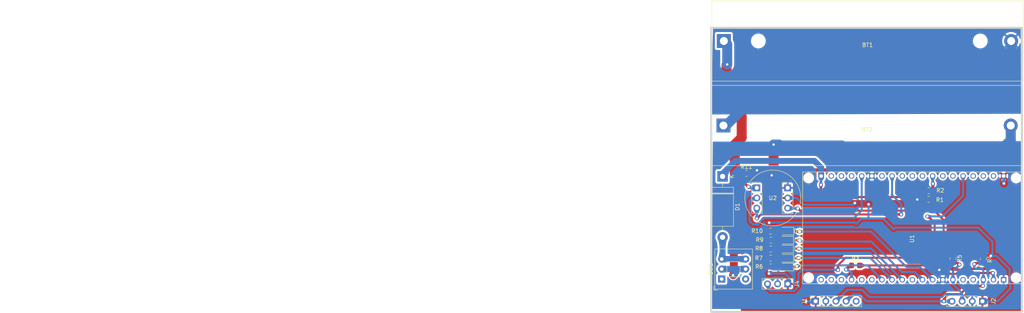
<source format=kicad_pcb>
(kicad_pcb (version 20221018) (generator pcbnew)
  (layers (0 "F.Cu" signal) (31 "B.Cu" signal) (34 "B.Paste" user) (35 "F.Paste" user) (36 "B.SilkS" user "B.Silkscreen") (37 "F.SilkS" user "F.Silkscreen") (38 "B.Mask" user) (39 "F.Mask" user) (44 "Edge.Cuts" user))
  (net 0 "")
  (net 1 "+BATT")
  (net 2 "Net-(BT1--)")
  (net 3 "GND")
  (net 4 "VDD")
  (net 5 "Net-(D1-A)")
  (net 6 "LED_DAT")
  (net 7 "Net-(D2-A)")
  (net 8 "LED_MIC")
  (net 9 "Net-(D3-A)")
  (net 10 "LED_TH")
  (net 11 "Net-(D4-A)")
  (net 12 "LED_LUX")
  (net 13 "Net-(D5-A)")
  (net 14 "LED_CO2")
  (net 15 "Net-(D6-A)")
  (net 16 "I2C_SCL")
  (net 17 "I2C_SDA")
  (net 18 "CO2")
  (net 19 "VBAT")
  (net 20 "Net-(U1-G15)")
  (net 21 "Net-(U2-LRC)")
  (net 25 "VCC")
  (net 33 "MIC_SCK")
  (net 35 "MIC_WS")
  (net 47 "MIC_DATA")
  (footprint "LED_SMD:LED_0805_2012Metric_Pad1.15x1.40mm_HandSolder" (layer "F.Cu") (at 123.645 115.99 180)
    (fp_text reference "D2" (at -2.965 0.05) (layer "F.SilkS"))
    (fp_text value "LED")
    (pad "1" smd roundrect (at -1.025 0 180) (size 1.15 1.4) (layers "F.Cu" "F.Paste" "F.Mask") (roundrect_rratio 0.217391) (net 6 "LED_DAT"))
    (pad "2" smd roundrect (at 1.025 0 180) (size 1.15 1.4) (layers "F.Cu" "F.Paste" "F.Mask") (roundrect_rratio 0.217391) (net 7 "Net-(D2-A)"))
  )
  (footprint "Connector_PinSocket_2.54mm:PinSocket_1x05_P2.54mm_Vertical" (layer "F.Cu") (at 131.05 124.56 90)
    (fp_text reference "J1" (at 0 -2.77 90) (layer "F.SilkS"))
    (fp_text value "Lux")
    (pad "1" thru_hole rect (at 0 0 90) (size 1.7 1.7) (drill 1) (layers "*.Cu" "*.Mask") (net 4 "VDD"))
    (pad "2" thru_hole oval (at 0 2.54 90) (size 1.7 1.7) (drill 1) (layers "*.Cu" "*.Mask") (net 3 "GND"))
    (pad "3" thru_hole oval (at 0 5.08 90) (size 1.7 1.7) (drill 1) (layers "*.Cu" "*.Mask") (net 17 "I2C_SDA"))
    (pad "4" thru_hole oval (at 0 7.62 90) (size 1.7 1.7) (drill 1) (layers "*.Cu" "*.Mask") (net 16 "I2C_SCL"))
    (pad "5" thru_hole oval (at 0 10.16 90) (size 1.7 1.7) (drill 1) (layers "*.Cu" "*.Mask"))
  )
  (footprint "Resistor_SMD:R_0805_2012Metric_Pad1.20x1.40mm_HandSolder" (layer "F.Cu") (at 159.37 96.87)
    (fp_text reference "R2" (at 2.9 -0.07) (layer "F.SilkS"))
    (fp_text value "100K")
    (pad "1" smd roundrect (at -1 0) (size 1.2 1.4) (layers "F.Cu" "F.Paste" "F.Mask") (roundrect_rratio 0.208333) (net 25 "VCC"))
    (pad "2" smd roundrect (at 1 0) (size 1.2 1.4) (layers "F.Cu" "F.Paste" "F.Mask") (roundrect_rratio 0.208333) (net 19 "VBAT"))
  )
  (footprint "Resistor_SMD:R_0805_2012Metric_Pad1.20x1.40mm_HandSolder" (layer "F.Cu") (at 119.79 111.48)
    (fp_text reference "R8" (at -2.91 -0.15) (layer "F.SilkS"))
    (fp_text value "560")
    (pad "1" smd roundrect (at -1 0) (size 1.2 1.4) (layers "F.Cu" "F.Paste" "F.Mask") (roundrect_rratio 0.208333) (net 4 "VDD"))
    (pad "2" smd roundrect (at 1 0) (size 1.2 1.4) (layers "F.Cu" "F.Paste" "F.Mask") (roundrect_rratio 0.208333) (net 11 "Net-(D4-A)"))
  )
  (footprint "Resistor_SMD:R_0805_2012Metric_Pad1.20x1.40mm_HandSolder" (layer "F.Cu") (at 113.7 92.52)
    (fp_text reference "R11" (at 0 -1.65) (layer "F.SilkS"))
    (fp_text value "0")
    (pad "1" smd roundrect (at -1 0) (size 1.2 1.4) (layers "F.Cu" "F.Paste" "F.Mask") (roundrect_rratio 0.208333) (net 21 "Net-(U2-LRC)"))
    (pad "2" smd roundrect (at 1 0) (size 1.2 1.4) (layers "F.Cu" "F.Paste" "F.Mask") (roundrect_rratio 0.208333) (net 3 "GND"))
  )
  (footprint "Resistor_SMD:R_0805_2012Metric_Pad1.20x1.40mm_HandSolder" (layer "F.Cu") (at 165.465 113.89 -90)
    (fp_text reference "R5" (at 0 -1.65 90) (layer "F.SilkS"))
    (fp_text value "10K")
    (pad "1" smd roundrect (at -1 0 270) (size 1.2 1.4) (layers "F.Cu" "F.Paste" "F.Mask") (roundrect_rratio 0.208333) (net 4 "VDD"))
    (pad "2" smd roundrect (at 1 0 270) (size 1.2 1.4) (layers "F.Cu" "F.Paste" "F.Mask") (roundrect_rratio 0.208333) (net 17 "I2C_SDA"))
  )
  (footprint "Battery:BatteryHolder_MPD_BH-18650-PC2" (layer "F.Cu") (at 107.945 80.53)
    (fp_text reference "BT2" (at 36 1) (layer "F.SilkS"))
    (fp_text value "Battery_Cell")
    (pad "" np_thru_hole circle (at 8.645 0) (size 3.2 3.2) (drill 3.2) (layers "*.Cu" "*.Mask"))
    (pad "" np_thru_hole circle (at 64.255 0) (size 3.2 3.2) (drill 3.2) (layers "*.Cu" "*.Mask"))
    (pad "1" thru_hole rect (at 0 0) (size 3.5 3.5) (drill 2) (layers "*.Cu" "*.Mask") (net 2 "Net-(BT1--)"))
    (pad "2" thru_hole circle (at 72 0) (size 3.5 3.5) (drill 2) (layers "*.Cu" "*.Mask") (net 3 "GND"))
  )
  (footprint "LED_SMD:LED_0805_2012Metric_Pad1.15x1.40mm_HandSolder" (layer "F.Cu") (at 123.6375 113.79 180)
    (fp_text reference "D3" (at -2.8825 -0.19) (layer "F.SilkS"))
    (fp_text value "LED")
    (pad "1" smd roundrect (at -1.025 0 180) (size 1.15 1.4) (layers "F.Cu" "F.Paste" "F.Mask") (roundrect_rratio 0.217391) (net 8 "LED_MIC"))
    (pad "2" smd roundrect (at 1.025 0 180) (size 1.15 1.4) (layers "F.Cu" "F.Paste" "F.Mask") (roundrect_rratio 0.217391) (net 9 "Net-(D3-A)"))
  )
  (footprint "Resistor_SMD:R_0805_2012Metric_Pad1.20x1.40mm_HandSolder" (layer "F.Cu") (at 119.7625 113.76)
    (fp_text reference "R7" (at -2.9625 0) (layer "F.SilkS"))
    (fp_text value "560")
    (pad "1" smd roundrect (at -1 0) (size 1.2 1.4) (layers "F.Cu" "F.Paste" "F.Mask") (roundrect_rratio 0.208333) (net 4 "VDD"))
    (pad "2" smd roundrect (at 1 0) (size 1.2 1.4) (layers "F.Cu" "F.Paste" "F.Mask") (roundrect_rratio 0.208333) (net 9 "Net-(D3-A)"))
  )
  (footprint "ESP32_NODEMCU:MODULE_ESP32_NODEMCU" (layer "F.Cu") (at 155.295 106.18 -90)
    (fp_text reference "U1" (at 2.72 0.095 90) (layer "F.SilkS"))
    (fp_text value "ESP32_NODEMCU")
    (pad "" np_thru_hole circle (at -12.5 -26 270) (size 2.25 2.25) (drill 2.25) (layers "*.Cu" "*.Mask"))
    (pad "" np_thru_hole circle (at -12.5 26 270) (size 2.25 2.25) (drill 2.25) (layers "*.Cu" "*.Mask"))
    (pad "" np_thru_hole circle (at 12.5 -26 270) (size 2.25 2.25) (drill 2.25) (layers "*.Cu" "*.Mask"))
    (pad "" np_thru_hole circle (at 12.5 26 270) (size 2.25 2.25) (drill 2.25) (layers "*.Cu" "*.Mask"))
    (pad "J4_1" thru_hole rect (at 13 -22.86 270) (size 1.35 1.35) (drill 0.9) (layers "*.Cu" "*.Mask") (net 3 "GND"))
    (pad "J4_2" thru_hole circle (at 13 -20.32 270) (size 1.35 1.35) (drill 0.9) (layers "*.Cu" "*.Mask") (net 47 "MIC_DATA"))
    (pad "J4_3" thru_hole circle (at 13 -17.78 270) (size 1.35 1.35) (drill 0.9) (layers "*.Cu" "*.Mask") (net 16 "I2C_SCL"))
    (pad "J4_4" thru_hole circle (at 13 -15.24 270) (size 1.35 1.35) (drill 0.9) (layers "*.Cu" "*.Mask"))
    (pad "J4_5" thru_hole circle (at 13 -12.7 270) (size 1.35 1.35) (drill 0.9) (layers "*.Cu" "*.Mask"))
    (pad "J4_6" thru_hole circle (at 13 -10.16 270) (size 1.35 1.35) (drill 0.9) (layers "*.Cu" "*.Mask") (net 17 "I2C_SDA"))
    (pad "J4_7" thru_hole circle (at 13 -7.62 270) (size 1.35 1.35) (drill 0.9) (layers "*.Cu" "*.Mask") (net 3 "GND"))
    (pad "J4_8" thru_hole circle (at 13 -5.08 270) (size 1.35 1.35) (drill 0.9) (layers "*.Cu" "*.Mask") (net 14 "LED_CO2"))
    (pad "J4_9" thru_hole circle (at 13 -2.54 270) (size 1.35 1.35) (drill 0.9) (layers "*.Cu" "*.Mask") (net 12 "LED_LUX"))
    (pad "J4_10" thru_hole circle (at 13 0 270) (size 1.35 1.35) (drill 0.9) (layers "*.Cu" "*.Mask"))
    (pad "J4_11" thru_hole circle (at 13 2.54 270) (size 1.35 1.35) (drill 0.9) (layers "*.Cu" "*.Mask") (net 10 "LED_TH"))
    (pad "J4_12" thru_hole circle (at 13 5.08 270) (size 1.35 1.35) (drill 0.9) (layers "*.Cu" "*.Mask") (net 8 "LED_MIC"))
    (pad "J4_13" thru_hole circle (at 13 7.62 270) (size 1.35 1.35) (drill 0.9) (layers "*.Cu" "*.Mask") (net 6 "LED_DAT"))
    (pad "J4_14" thru_hole circle (at 13 10.16 270) (size 1.35 1.35) (drill 0.9) (layers "*.Cu" "*.Mask"))
    (pad "J4_15" thru_hole circle (at 13 12.7 270) (size 1.35 1.35) (drill 0.9) (layers "*.Cu" "*.Mask"))
    (pad "J4_16" thru_hole circle (at 13 15.24 270) (size 1.35 1.35) (drill 0.9) (layers "*.Cu" "*.Mask") (net 20 "Net-(U1-G15)"))
    (pad "J4_17" thru_hole circle (at 13 17.78 270) (size 1.35 1.35) (drill 0.9) (layers "*.Cu" "*.Mask"))
    (pad "J4_18" thru_hole circle (at 13 20.32 270) (size 1.35 1.35) (drill 0.9) (layers "*.Cu" "*.Mask"))
    (pad "J4_19" thru_hole circle (at 13 22.86 270) (size 1.35 1.35) (drill 0.9) (layers "*.Cu" "*.Mask"))
    (pad "J5_1" thru_hole rect (at -13 22.86 270) (size 1.35 1.35) (drill 0.9) (layers "*.Cu" "*.Mask") (net 25 "VCC"))
    (pad "J5_2" thru_hole circle (at -13 20.32 270) (size 1.35 1.35) (drill 0.9) (layers "*.Cu" "*.Mask"))
    (pad "J5_3" thru_hole circle (at -13 17.78 270) (size 1.35 1.35) (drill 0.9) (layers "*.Cu" "*.Mask"))
    (pad "J5_4" thru_hole circle (at -13 15.24 270) (size 1.35 1.35) (drill 0.9) (layers "*.Cu" "*.Mask"))
    (pad "J5_5" thru_hole circle (at -13 12.7 270) (size 1.35 1.35) (drill 0.9) (layers "*.Cu" "*.Mask") (net 35 "MIC_WS"))
    (pad "J5_6" thru_hole circle (at -13 10.16 270) (size 1.35 1.35) (drill 0.9) (layers "*.Cu" "*.Mask") (net 3 "GND"))
    (pad "J5_7" thru_hole circle (at -13 7.62 270) (size 1.35 1.35) (drill 0.9) (layers "*.Cu" "*.Mask"))
    (pad "J5_8" thru_hole circle (at -13 5.08 270) (size 1.35 1.35) (drill 0.9) (layers "*.Cu" "*.Mask") (net 33 "MIC_SCK"))
    (pad "J5_9" thru_hole circle (at -13 2.54 270) (size 1.35 1.35) (drill 0.9) (layers "*.Cu" "*.Mask"))
    (pad "J5_10" thru_hole circle (at -13 0 270) (size 1.35 1.35) (drill 0.9) (layers "*.Cu" "*.Mask"))
    (pad "J5_11" thru_hole circle (at -13 -2.54 270) (size 1.35 1.35) (drill 0.9) (layers "*.Cu" "*.Mask"))
    (pad "J5_12" thru_hole circle (at -13 -5.08 270) (size 1.35 1.35) (drill 0.9) (layers "*.Cu" "*.Mask") (net 19 "VBAT"))
    (pad "J5_13" thru_hole circle (at -13 -7.62 270) (size 1.35 1.35) (drill 0.9) (layers "*.Cu" "*.Mask"))
    (pad "J5_14" thru_hole circle (at -13 -10.16 270) (size 1.35 1.35) (drill 0.9) (layers "*.Cu" "*.Mask"))
    (pad "J5_15" thru_hole circle (at -13 -12.7 270) (size 1.35 1.35) (drill 0.9) (layers "*.Cu" "*.Mask") (net 18 "CO2"))
    (pad "J5_16" thru_hole circle (at -13 -15.24 270) (size 1.35 1.35) (drill 0.9) (layers "*.Cu" "*.Mask"))
    (pad "J5_17" thru_hole circle (at -13 -17.78 270) (size 1.35 1.35) (drill 0.9) (layers "*.Cu" "*.Mask"))
    (pad "J5_18" thru_hole circle (at -13 -20.32 270) (size 1.35 1.35) (drill 0.9) (layers "*.Cu" "*.Mask"))
    (pad "J5_19" thru_hole circle (at -13 -22.86 270) (size 1.35 1.35) (drill 0.9) (layers "*.Cu" "*.Mask") (net 4 "VDD"))
  )
  (footprint "Resistor_SMD:R_0805_2012Metric_Pad1.20x1.40mm_HandSolder" (layer "F.Cu") (at 119.76 107.02)
    (fp_text reference "R10" (at -3.38 -0.07) (layer "F.SilkS"))
    (fp_text value "560")
    (pad "1" smd roundrect (at -1 0) (size 1.2 1.4) (layers "F.Cu" "F.Paste" "F.Mask") (roundrect_rratio 0.208333) (net 4 "VDD"))
    (pad "2" smd roundrect (at 1 0) (size 1.2 1.4) (layers "F.Cu" "F.Paste" "F.Mask") (roundrect_rratio 0.208333) (net 15 "Net-(D6-A)"))
  )
  (footprint "Connector_PinHeader_2.54mm:PinHeader_1x03_P2.54mm_Vertical" (layer "F.Cu") (at 124.07 120.21 -90)
    (fp_text reference "J4" (at 0 -2.33 -90) (layer "F.SilkS"))
    (fp_text value "CO2")
    (pad "1" thru_hole rect (at 0 0 270) (size 1.7 1.7) (drill 1) (layers "*.Cu" "*.Mask") (net 4 "VDD"))
    (pad "2" thru_hole oval (at 0 2.54 270) (size 1.7 1.7) (drill 1) (layers "*.Cu" "*.Mask") (net 3 "GND"))
    (pad "3" thru_hole oval (at 0 5.08 270) (size 1.7 1.7) (drill 1) (layers "*.Cu" "*.Mask") (net 18 "CO2"))
  )
  (footprint "Resistor_SMD:R_0805_2012Metric_Pad1.20x1.40mm_HandSolder" (layer "F.Cu") (at 119.84 109.26)
    (fp_text reference "R9" (at -2.83 -0.09) (layer "F.SilkS"))
    (fp_text value "560")
    (pad "1" smd roundrect (at -1 0) (size 1.2 1.4) (layers "F.Cu" "F.Paste" "F.Mask") (roundrect_rratio 0.208333) (net 4 "VDD"))
    (pad "2" smd roundrect (at 1 0) (size 1.2 1.4) (layers "F.Cu" "F.Paste" "F.Mask") (roundrect_rratio 0.208333) (net 13 "Net-(D5-A)"))
  )
  (footprint "Diode_THT:D_DO-201_P15.24mm_Horizontal" (layer "F.Cu") (at 107.73 93.29 -90)
    (fp_text reference "D1" (at 7.62 -3.725 -90) (layer "F.SilkS"))
    (fp_text value "D")
    (fp_text user "K" (at 0 -2.3 -90) (layer "F.SilkS"))
    (pad "1" thru_hole rect (at 0 0 270) (size 2.6 2.6) (drill 1.3) (layers "*.Cu" "*.Mask") (net 25 "VCC"))
    (pad "2" thru_hole oval (at 15.24 0 270) (size 2.6 2.6) (drill 1.3) (layers "*.Cu" "*.Mask") (net 5 "Net-(D1-A)"))
  )
  (footprint "Resistor_SMD:R_0805_2012Metric_Pad1.20x1.40mm_HandSolder" (layer "F.Cu") (at 159.35 99.03 180)
    (fp_text reference "R1" (at -2.84 -0.12) (layer "F.SilkS"))
    (fp_text value "330K")
    (pad "1" smd roundrect (at -1 0 180) (size 1.2 1.4) (layers "F.Cu" "F.Paste" "F.Mask") (roundrect_rratio 0.208333) (net 19 "VBAT"))
    (pad "2" smd roundrect (at 1 0 180) (size 1.2 1.4) (layers "F.Cu" "F.Paste" "F.Mask") (roundrect_rratio 0.208333) (net 3 "GND"))
  )
  (footprint "Button_Switch_THT:SW_Push_2P2T_Toggle_CK_PVA2OAH5xxxxxxV2" (layer "F.Cu") (at 107.51 119 90)
    (fp_text reference "SW1" (at 2.5 -2.75 90) (layer "F.SilkS"))
    (fp_text value "SW_Push_DPDT")
    (pad "1" thru_hole rect (at 0 0 90) (size 1.8 1.8) (drill 0.9) (layers "*.Cu" "*.Mask"))
    (pad "2" thru_hole circle (at 2.5 0 90) (size 1.8 1.8) (drill 0.9) (layers "*.Cu" "*.Mask") (net 1 "+BATT"))
    (pad "3" thru_hole circle (at 5 0 90) (size 1.8 1.8) (drill 0.9) (layers "*.Cu" "*.Mask") (net 5 "Net-(D1-A)"))
    (pad "4" thru_hole circle (at 0 6 90) (size 1.8 1.8) (drill 0.9) (layers "*.Cu" "*.Mask"))
    (pad "5" thru_hole circle (at 2.5 6 90) (size 1.8 1.8) (drill 0.9) (layers "*.Cu" "*.Mask") (net 1 "+BATT"))
    (pad "6" thru_hole circle (at 5 6 90) (size 1.8 1.8) (drill 0.9) (layers "*.Cu" "*.Mask") (net 5 "Net-(D1-A)"))
  )
  (footprint "Resistor_SMD:R_0805_2012Metric_Pad1.20x1.40mm_HandSolder" (layer "F.Cu") (at 119.78 115.97)
    (fp_text reference "R6" (at -2.89 -0.09) (layer "F.SilkS"))
    (fp_text value "560")
    (pad "1" smd roundrect (at -1 0) (size 1.2 1.4) (layers "F.Cu" "F.Paste" "F.Mask") (roundrect_rratio 0.208333) (net 4 "VDD"))
    (pad "2" smd roundrect (at 1 0) (size 1.2 1.4) (layers "F.Cu" "F.Paste" "F.Mask") (roundrect_rratio 0.208333) (net 7 "Net-(D2-A)"))
  )
  (footprint "Resistor_SMD:R_0805_2012Metric_Pad1.20x1.40mm_HandSolder" (layer "F.Cu") (at 141.045 115.59)
    (fp_text reference "R3" (at 0 -1.65) (layer "F.SilkS"))
    (fp_text value "0")
    (pad "1" smd roundrect (at -1 0) (size 1.2 1.4) (layers "F.Cu" "F.Paste" "F.Mask") (roundrect_rratio 0.208333) (net 20 "Net-(U1-G15)"))
    (pad "2" smd roundrect (at 1 0) (size 1.2 1.4) (layers "F.Cu" "F.Paste" "F.Mask") (roundrect_rratio 0.208333) (net 3 "GND"))
  )
  (footprint "LED_SMD:LED_0805_2012Metric_Pad1.15x1.40mm_HandSolder" (layer "F.Cu") (at 123.615 111.49 180)
    (fp_text reference "D4" (at -2.985 0.08) (layer "F.SilkS"))
    (fp_text value "LED")
    (pad "1" smd roundrect (at -1.025 0 180) (size 1.15 1.4) (layers "F.Cu" "F.Paste" "F.Mask") (roundrect_rratio 0.217391) (net 10 "LED_TH"))
    (pad "2" smd roundrect (at 1.025 0 180) (size 1.15 1.4) (layers "F.Cu" "F.Paste" "F.Mask") (roundrect_rratio 0.217391) (net 11 "Net-(D4-A)"))
  )
  (footprint "INMP441:INMP441" (layer "F.Cu") (at 120.31 98.69)
    (fp_text reference "U2" (at 0 0 unlocked) (layer "F.SilkS"))
    (fp_text value "INMP441")
    (pad "1" thru_hole rect (at 3.73 -2.54) (size 1.7 1.7) (drill 1) (layers "*.Cu" "*.Mask") (net 3 "GND"))
    (pad "2" thru_hole oval (at 3.73 0) (size 1.7 1.7) (drill 1) (layers "*.Cu" "*.Mask") (net 4 "VDD"))
    (pad "3" thru_hole oval (at 3.73 2.54) (size 1.7 1.7) (drill 1) (layers "*.Cu" "*.Mask") (net 47 "MIC_DATA"))
    (pad "4" thru_hole oval (at -4 2.54) (size 1.7 1.7) (drill 1) (layers "*.Cu" "*.Mask") (net 33 "MIC_SCK"))
    (pad "5" thru_hole oval (at -4 0) (size 1.7 1.7) (drill 1) (layers "*.Cu" "*.Mask") (net 35 "MIC_WS"))
    (pad "6" thru_hole rect (at -4 -2.54) (size 1.7 1.7) (drill 1) (layers "*.Cu" "*.Mask") (net 21 "Net-(U2-LRC)"))
  )
  (footprint "LED_SMD:LED_0805_2012Metric_Pad1.15x1.40mm_HandSolder" (layer "F.Cu") (at 123.645 109.27 180)
    (fp_text reference "D5" (at -2.995 0.03) (layer "F.SilkS"))
    (fp_text value "LED")
    (pad "1" smd roundrect (at -1.025 0 180) (size 1.15 1.4) (layers "F.Cu" "F.Paste" "F.Mask") (roundrect_rratio 0.217391) (net 12 "LED_LUX"))
    (pad "2" smd roundrect (at 1.025 0 180) (size 1.15 1.4) (layers "F.Cu" "F.Paste" "F.Mask") (roundrect_rratio 0.217391) (net 13 "Net-(D5-A)"))
  )
  (footprint "Battery:BatteryHolder_MPD_BH-18650-PC2" (layer "F.Cu") (at 108.05 59.35)
    (fp_text reference "BT1" (at 36 1) (layer "F.SilkS"))
    (fp_text value "Battery_Cell")
    (pad "" np_thru_hole circle (at 8.645 0) (size 3.2 3.2) (drill 3.2) (layers "*.Cu" "*.Mask"))
    (pad "" np_thru_hole circle (at 64.255 0) (size 3.2 3.2) (drill 3.2) (layers "*.Cu" "*.Mask"))
    (pad "1" thru_hole rect (at 0 0) (size 3.5 3.5) (drill 2) (layers "*.Cu" "*.Mask") (net 1 "+BATT"))
    (pad "2" thru_hole circle (at 72 0) (size 3.5 3.5) (drill 2) (layers "*.Cu" "*.Mask") (net 2 "Net-(BT1--)"))
  )
  (footprint "Connector_PinSocket_2.54mm:PinSocket_1x04_P2.54mm_Vertical" (layer "F.Cu") (at 172.85 124.57 -90)
    (fp_text reference "J2" (at 0 -2.77 90) (layer "F.SilkS"))
    (fp_text value "Temp/Hum")
    (pad "1" thru_hole rect (at 0 0 270) (size 1.7 1.7) (drill 1) (layers "*.Cu" "*.Mask") (net 4 "VDD"))
    (pad "2" thru_hole oval (at 0 2.54 270) (size 1.7 1.7) (drill 1) (layers "*.Cu" "*.Mask") (net 3 "GND"))
    (pad "3" thru_hole oval (at 0 5.08 270) (size 1.7 1.7) (drill 1) (layers "*.Cu" "*.Mask") (net 17 "I2C_SDA"))
    (pad "4" thru_hole oval (at 0 7.62 270) (size 1.7 1.7) (drill 1) (layers "*.Cu" "*.Mask") (net 16 "I2C_SCL"))
  )
  (footprint "LED_SMD:LED_0805_2012Metric_Pad1.15x1.40mm_HandSolder" (layer "F.Cu") (at 123.685 106.99 180)
    (fp_text reference "D6" (at -2.845 0.03) (layer "F.SilkS"))
    (fp_text value "LED")
    (pad "1" smd roundrect (at -1.025 0 180) (size 1.15 1.4) (layers "F.Cu" "F.Paste" "F.Mask") (roundrect_rratio 0.217391) (net 14 "LED_CO2"))
    (pad "2" smd roundrect (at 1.025 0 180) (size 1.15 1.4) (layers "F.Cu" "F.Paste" "F.Mask") (roundrect_rratio 0.217391) (net 15 "Net-(D6-A)"))
  )
  (footprint "Resistor_SMD:R_0805_2012Metric_Pad1.20x1.40mm_HandSolder" (layer "F.Cu") (at 173.075 113.97 -90)
    (fp_text reference "R4" (at 0 -1.65 90) (layer "F.SilkS"))
    (fp_text value "10K")
    (pad "1" smd roundrect (at -1 0 270) (size 1.2 1.4) (layers "F.Cu" "F.Paste" "F.Mask") (roundrect_rratio 0.208333) (net 4 "VDD"))
    (pad "2" smd roundrect (at 1 0 270) (size 1.2 1.4) (layers "F.Cu" "F.Paste" "F.Mask") (roundrect_rratio 0.208333) (net 16 "I2C_SCL"))
  )
  (gr_rect (start 104.88 56.05) (end 182.72 127.23) (stroke (width 0.5)) (fill none) (layer "Edge.Cuts"))
  (segment (start 110.55 91.02) (end 110.55 117.86) (width 2) (layer "F.Cu") (net 1))
  (segment (start 112.52 78.33) (end 112.52 83.56) (width 2.5) (layer "F.Cu") (net 1))
  (segment (start 110.55 117.86) (end 110.36 118.05) (width 2) (layer "F.Cu") (net 1))
  (segment (start 108.72 74.53) (end 112.52 78.33) (width 2.5) (layer "F.Cu") (net 1))
  (segment (start 108.72 65.39) (end 108.72 74.53) (width 2.5) (layer "F.Cu") (net 1))
  (segment (start 110.78 85.3) (end 110.78 90.79) (width 2.5) (layer "F.Cu") (net 1))
  (segment (start 110.78 90.79) (end 110.55 91.02) (width 2.5) (layer "F.Cu") (net 1))
  (segment (start 108.89 65.22) (end 108.72 65.39) (width 2.5) (layer "F.Cu") (net 1))
  (segment (start 112.52 83.56) (end 110.78 85.3) (width 2.5) (layer "F.Cu") (net 1))
  (via (at 110.36 118.05) (size 1) (drill 0.6) (layers "F.Cu" "B.Cu") (net 1))
  (via (at 108.89 65.22) (size 1) (drill 0.6) (layers "F.Cu" "B.Cu") (net 1))
  (segment (start 111.17 116.5) (end 111.17 117.24) (width 1.5) (layer "B.Cu") (net 1))
  (segment (start 108.89 60.19) (end 108.05 59.35) (width 2.5) (layer "B.Cu") (net 1))
  (segment (start 111.17 117.24) (end 110.36 118.05) (width 1.5) (layer "B.Cu") (net 1))
  (segment (start 111.17 116.5) (end 113.51 116.5) (width 1.5) (layer "B.Cu") (net 1))
  (segment (start 107.51 116.5) (end 111.17 116.5) (width 1.5) (layer "B.Cu") (net 1))
  (segment (start 108.89 65.22) (end 108.89 60.19) (width 2.5) (layer "B.Cu") (net 1))
  (segment (start 180.05 66.23) (end 180.05 59.35) (width 2.5) (layer "B.Cu") (net 2))
  (segment (start 113.27 75.85) (end 170.43 75.85) (width 2.5) (layer "B.Cu") (net 2))
  (segment (start 108.59 80.53) (end 113.27 75.85) (width 2.5) (layer "B.Cu") (net 2))
  (segment (start 170.43 75.85) (end 180.05 66.23) (width 2.5) (layer "B.Cu") (net 2))
  (segment (start 107.945 80.53) (end 108.59 80.53) (width 2.5) (layer "B.Cu") (net 2))
  (segment (start 115.57 92.52) (end 116.33 91.76) (width 0.5) (layer "F.Cu") (net 3))
  (segment (start 114.7 92.52) (end 115.57 92.52) (width 0.5) (layer "F.Cu") (net 3))
  (segment (start 142.045 115.59) (end 160.92 115.59) (width 0.5) (layer "F.Cu") (net 3))
  (segment (start 156.56 99.03) (end 156.52 99.07) (width 0.5) (layer "F.Cu") (net 3))
  (segment (start 120.52 85.31) (end 120.52 92.52) (width 2.5) (layer "F.Cu") (net 3))
  (segment (start 120.52 92.52) (end 120.03 93.01) (width 2.5) (layer "F.Cu") (net 3))
  (segment (start 158.35 99.03) (end 156.56 99.03) (width 0.5) (layer "F.Cu") (net 3))
  (segment (start 160.92 115.59) (end 162.04 116.71) (width 0.5) (layer "F.Cu") (net 3))
  (via (at 156.52 99.07) (size 1) (drill 0.6) (layers "F.Cu" "B.Cu") (net 3))
  (via (at 162.04 116.71) (size 1) (drill 0.6) (layers "F.Cu" "B.Cu") (net 3))
  (via (at 116.33 91.76) (size 1) (drill 0.6) (layers "F.Cu" "B.Cu") (net 3))
  (via (at 120.52 85.31) (size 1) (drill 0.6) (layers "F.Cu" "B.Cu") (net 3))
  (via (at 120.03 93.01) (size 1) (drill 0.6) (layers "F.Cu" "B.Cu") (net 3))
  (segment (start 179.945 84.155) (end 177.04 87.06) (width 2.5) (layer "B.Cu") (net 3))
  (segment (start 162.04 118.305) (end 162.915 119.18) (width 0.5) (layer "B.Cu") (net 3))
  (segment (start 139.09 87.06) (end 137.57 85.54) (width 2.5) (layer "B.Cu") (net 3))
  (segment (start 179.945 80.53) (end 179.945 84.155) (width 2.5) (layer "B.Cu") (net 3))
  (segment (start 177.04 87.06) (end 139.09 87.06) (width 2.5) (layer "B.Cu") (net 3))
  (segment (start 137.57 85.54) (end 122.03 85.54) (width 2.5) (layer "B.Cu") (net 3))
  (segment (start 121.8 85.31) (end 120.52 85.31) (width 2.5) (layer "B.Cu") (net 3))
  (segment (start 170.08 124.34) (end 170.31 124.57) (width 0.5) (layer "B.Cu") (net 3))
  (segment (start 162.04 116.71) (end 162.04 118.305) (width 0.5) (layer "B.Cu") (net 3))
  (segment (start 122.03 85.54) (end 121.8 85.31) (width 2.5) (layer "B.Cu") (net 3))
  (segment (start 117.27 118.01) (end 118.97 118.01) (width 0.5) (layer "F.Cu") (net 4))
  (segment (start 128.68 124.61) (end 119.13 124.61) (width 0.5) (layer "F.Cu") (net 4))
  (segment (start 116.9 122.38) (end 117.27 122.01) (width 0.5) (layer "F.Cu") (net 4))
  (segment (start 178.23 107.815) (end 178.23 95.04) (width 0.5) (layer "F.Cu") (net 4))
  (segment (start 118.78 113.7775) (end 118.7625 113.76) (width 0.5) (layer "F.Cu") (net 4))
  (segment (start 173.295 113.19) (end 173.075 112.97) (width 0.5) (layer "F.Cu") (net 4))
  (segment (start 118.7625 113.76) (end 118.7625 111.5075) (width 0.5) (layer "F.Cu") (net 4))
  (segment (start 119.41 106.37) (end 118.76 107.02) (width 0.5) (layer "F.Cu") (net 4))
  (segment (start 118.97 118.01) (end 119.35 117.63) (width 0.5) (layer "F.Cu") (net 4))
  (segment (start 118.79 109.31) (end 118.84 109.26) (width 0.5) (layer "F.Cu") (net 4))
  (segment (start 118.78 115.97) (end 118.78 117.06) (width 0.5) (layer "F.Cu") (net 4))
  (segment (start 118.76 107.02) (end 118.76 109.18) (width 0.5) (layer "F.Cu") (net 4))
  (segment (start 119.41 104.89) (end 119.41 106.37) (width 0.5) (layer "F.Cu") (net 4))
  (segment (start 140.88 99.96) (end 144 99.96) (width 0.5) (layer "F.Cu") (net 4))
  (segment (start 173.075 112.97) (end 178.23 107.815) (width 0.5) (layer "F.Cu") (net 4))
  (segment (start 165.465 112.89) (end 172.995 112.89) (width 0.5) (layer "F.Cu") (net 4))
  (segment (start 172.995 112.89) (end 173.075 112.97) (width 0.5) (layer "F.Cu") (net 4))
  (segment (start 118.79 111.48) (end 118.79 109.31) (width 0.5) (layer "F.Cu") (net 4))
  (segment (start 118.78 115.97) (end 118.78 113.7775) (width 0.5) (layer "F.Cu") (net 4))
  (segment (start 118.78 117.06) (end 119.35 117.63) (width 0.5) (layer "F.Cu") (net 4))
  (segment (start 174.98 113.19) (end 173.295 113.19) (width 0.5) (layer "F.Cu") (net 4))
  (segment (start 117.27 122.01) (end 117.27 118.01) (width 0.5) (layer "F.Cu") (net 4))
  (segment (start 118.76 109.18) (end 118.84 109.26) (width 0.5) (layer "F.Cu") (net 4))
  (segment (start 118.7625 111.5075) (end 118.79 111.48) (width 0.5) (layer "F.Cu") (net 4))
  (segment (start 144 99.96) (end 144.32 100.28) (width 0.5) (layer "F.Cu") (net 4))
  (segment (start 119.13 124.61) (end 116.9 122.38) (width 0.5) (layer "F.Cu") (net 4))
  (via (at 144.32 100.28) (size 1) (drill 0.6) (layers "F.Cu" "B.Cu") (net 4))
  (via (at 178.23 95.04) (size 1) (drill 0.6) (layers "F.Cu" "B.Cu") (net 4))
  (via (at 128.68 124.61) (size 1) (drill 0.6) (layers "F.Cu" "B.Cu") (net 4))
  (via (at 174.98 113.19) (size 1) (drill 0.6) (layers "F.Cu" "B.Cu") (net 4))
  (via (at 119.41 104.89) (size 1) (drill 0.6) (layers "F.Cu" "B.Cu") (net 4))
  (via (at 140.88 99.96) (size 1) (drill 0.6) (layers "F.Cu" "B.Cu") (net 4))
  (via (at 119.35 117.63) (size 1) (drill 0.6) (layers "F.Cu" "B.Cu") (net 4))
  (segment (start 179.67 119.84) (end 179.67 116.51) (width 0.5) (layer "B.Cu") (net 4))
  (segment (start 179.34 121.89) (end 179.83 121.4) (width 0.5) (layer "B.Cu") (net 4))
  (segment (start 128.01 100.39) (end 140.45 100.39) (width 0.5) (layer "B.Cu") (net 4))
  (segment (start 123.44 117.63) (end 124.46 118.65) (width 0.5) (layer "B.Cu") (net 4))
  (segment (start 140.45 100.39) (end 140.88 99.96) (width 0.5) (layer "B.Cu") (net 4))
  (segment (start 128.73 124.56) (end 128.68 124.61) (width 0.5) (layer "B.Cu") (net 4))
  (segment (start 131.05 124.56) (end 128.73 124.56) (width 0.5) (layer "B.Cu") (net 4))
  (segment (start 178.23 93.255) (end 178.155 93.18) (width 0.5) (layer "B.Cu") (net 4))
  (segment (start 126.31 98.69) (end 128.01 100.39) (width 0.5) (layer "B.Cu") (net 4))
  (segment (start 140.91 104.85) (end 126.96 104.85) (width 0.5) (layer "B.Cu") (net 4))
  (segment (start 176.35 113.19) (end 174.98 113.19) (width 0.5) (layer "B.Cu") (net 4))
  (segment (start 179.83 120) (end 179.67 119.84) (width 0.5) (layer "B.Cu") (net 4))
  (segment (start 144.02 103.88) (end 147.98 103.88) (width 0.5) (layer "B.Cu") (net 4))
  (segment (start 124.46 118.65) (end 124.07 119.04) (width 0.5) (layer "B.Cu") (net 4))
  (segment (start 150.63 106.53) (end 151.02 106.14) (width 0.5) (layer "B.Cu") (net 4))
  (segment (start 144.28 103.88) (end 144.02 103.88) (width 0.5) (layer "B.Cu") (net 4))
  (segment (start 179.67 116.51) (end 176.35 113.19) (width 0.5) (layer "B.Cu") (net 4))
  (segment (start 124.04 98.69) (end 126.31 98.69) (width 0.5) (layer "B.Cu") (net 4))
  (segment (start 147.98 103.88) (end 150.63 106.53) (width 0.5) (layer "B.Cu") (net 4))
  (segment (start 144.02 103.88) (end 142.52 103.88) (width 0.5) (layer "B.Cu") (net 4))
  (segment (start 179.83 121.4) (end 179.83 120) (width 0.5) (layer "B.Cu") (net 4))
  (segment (start 124.07 119.04) (end 124.07 120.21) (width 0.5) (layer "B.Cu") (net 4))
  (segment (start 175.35 112.82) (end 174.98 113.19) (width 0.5) (layer "B.Cu") (net 4))
  (segment (start 151.02 106.14) (end 171.84 106.14) (width 0.5) (layer "B.Cu") (net 4))
  (segment (start 142.52 103.88) (end 141.23 105.17) (width 0.5) (layer "B.Cu") (net 4))
  (segment (start 141.23 105.17) (end 140.91 104.85) (width 0.5) (layer "B.Cu") (net 4))
  (segment (start 171.84 106.14) (end 175.35 109.65) (width 0.5) (layer "B.Cu") (net 4))
  (segment (start 126.96 104.85) (end 119.45 104.85) (width 0.5) (layer "B.Cu") (net 4))
  (segment (start 178.23 95.04) (end 178.23 93.255) (width 0.5) (layer "B.Cu") (net 4))
  (segment (start 144.32 101.42) (end 144.28 101.46) (width 0.5) (layer "B.Cu") (net 4))
  (segment (start 176.66 124.57) (end 179.34 121.89) (width 0.5) (layer "B.Cu") (net 4))
  (segment (start 144.28 101.46) (end 144.28 103.88) (width 0.5) (layer "B.Cu") (net 4))
  (segment (start 172.85 124.57) (end 176.66 124.57) (width 0.5) (layer "B.Cu") (net 4))
  (segment (start 175.35 109.65) (end 175.35 112.82) (width 0.5) (layer "B.Cu") (net 4))
  (segment (start 144.32 100.28) (end 144.32 101.42) (width 0.5) (layer "B.Cu") (net 4))
  (segment (start 119.35 117.63) (end 123.44 117.63) (width 0.5) (layer "B.Cu") (net 4))
  (segment (start 119.45 104.85) (end 119.41 104.89) (width 0.5) (layer "B.Cu") (net 4))
  (segment (start 107.73 108.53) (end 107.73 113.78) (width 1.5) (layer "B.Cu") (net 5))
  (segment (start 113.51 114) (end 107.51 114) (width 1.5) (layer "B.Cu") (net 5))
  (segment (start 107.73 113.78) (end 107.51 114) (width 1.5) (layer "B.Cu") (net 5))
  (segment (start 124.67 115.99) (end 126.15 115.99) (width 0.5) (layer "F.Cu") (net 6))
  (segment (start 126.15 115.99) (end 126.35 115.79) (width 0.5) (layer "F.Cu") (net 6))
  (via (at 126.35 115.79) (size 1) (drill 0.6) (layers "F.Cu" "B.Cu") (net 6))
  (segment (start 126.56 115.58) (end 126.35 115.79) (width 0.5) (layer "B.Cu") (net 6))
  (segment (start 132.34 115.58) (end 126.56 115.58) (width 0.5) (layer "B.Cu") (net 6))
  (segment (start 147.675 119.18) (end 144.075 115.58) (width 0.5) (layer "B.Cu") (net 6))
  (segment (start 144.075 115.58) (end 132.34 115.58) (width 0.5) (layer "B.Cu") (net 6))
  (segment (start 122.6 115.97) (end 122.62 115.99) (width 0.5) (layer "F.Cu") (net 7))
  (segment (start 120.78 115.97) (end 122.6 115.97) (width 0.5) (layer "F.Cu") (net 7))
  (segment (start 124.7225 113.73) (end 124.6625 113.79) (width 0.5) (layer "F.Cu") (net 8))
  (segment (start 126.75 113.73) (end 124.7225 113.73) (width 0.5) (layer "F.Cu") (net 8))
  (via (at 126.75 113.73) (size 1) (drill 0.6) (layers "F.Cu" "B.Cu") (net 8))
  (segment (start 144.765 113.73) (end 126.75 113.73) (width 0.5) (layer "B.Cu") (net 8))
  (segment (start 150.215 119.18) (end 144.765 113.73) (width 0.5) (layer "B.Cu") (net 8))
  (segment (start 122.5825 113.76) (end 122.6125 113.79) (width 0.5) (layer "F.Cu") (net 9))
  (segment (start 120.7625 113.76) (end 122.5825 113.76) (width 0.5) (layer "F.Cu") (net 9))
  (segment (start 126.85 111.38) (end 124.75 111.38) (width 0.5) (layer "F.Cu") (net 10))
  (segment (start 124.75 111.38) (end 124.64 111.49) (width 0.5) (layer "F.Cu") (net 10))
  (via (at 126.85 111.38) (size 1) (drill 0.6) (layers "F.Cu" "B.Cu") (net 10))
  (segment (start 152.755 119.18) (end 144.955 111.38) (width 0.5) (layer "B.Cu") (net 10))
  (segment (start 144.955 111.38) (end 126.85 111.38) (width 0.5) (layer "B.Cu") (net 10))
  (segment (start 120.79 111.48) (end 122.58 111.48) (width 0.5) (layer "F.Cu") (net 11))
  (segment (start 122.58 111.48) (end 122.59 111.49) (width 0.5) (layer "F.Cu") (net 11))
  (segment (start 126.99 109.33) (end 124.73 109.33) (width 0.5) (layer "F.Cu") (net 12))
  (segment (start 124.73 109.33) (end 124.67 109.27) (width 0.5) (layer "F.Cu") (net 12))
  (via (at 126.99 109.33) (size 1) (drill 0.6) (layers "F.Cu" "B.Cu") (net 12))
  (segment (start 127.28 109.62) (end 126.99 109.33) (width 0.5) (layer "B.Cu") (net 12))
  (segment (start 157.835 119.18) (end 155.895 117.24) (width 0.5) (layer "B.Cu") (net 12))
  (segment (start 153.06 117.24) (end 152.63 117.24) (width 0.5) (layer "B.Cu") (net 12))
  (segment (start 145.01 109.62) (end 127.28 109.62) (width 0.5) (layer "B.Cu") (net 12))
  (segment (start 155.895 117.24) (end 153.06 117.24) (width 0.5) (layer "B.Cu") (net 12))
  (segment (start 152.63 117.24) (end 145.01 109.62) (width 0.5) (layer "B.Cu") (net 12))
  (segment (start 122.61 109.26) (end 122.62 109.27) (width 0.5) (layer "F.Cu") (net 13))
  (segment (start 120.84 109.26) (end 122.61 109.26) (width 0.5) (layer "F.Cu") (net 13))
  (segment (start 124.82 107.1) (end 124.71 106.99) (width 0.5) (layer "F.Cu") (net 14))
  (segment (start 127.03 107.1) (end 124.82 107.1) (width 0.5) (layer "F.Cu") (net 14))
  (via (at 127.03 107.1) (size 1) (drill 0.6) (layers "F.Cu" "B.Cu") (net 14))
  (segment (start 160.375 119.18) (end 157.225 116.03) (width 0.5) (layer "B.Cu") (net 14))
  (segment (start 144.92 107.1) (end 127.03 107.1) (width 0.5) (layer "B.Cu") (net 14))
  (segment (start 157.225 116.03) (end 153.85 116.03) (width 0.5) (layer "B.Cu") (net 14))
  (segment (start 153.85 116.03) (end 144.92 107.1) (width 0.5) (layer "B.Cu") (net 14))
  (segment (start 120.76 107.02) (end 122.63 107.02) (width 0.5) (layer "F.Cu") (net 15))
  (segment (start 122.63 107.02) (end 122.66 106.99) (width 0.5) (layer "F.Cu") (net 15))
  (segment (start 171.1 114.97) (end 170.81 115.26) (width 0.5) (layer "F.Cu") (net 16))
  (segment (start 167.24 122.85) (end 168.6 121.49) (width 0.5) (layer "F.Cu") (net 16))
  (segment (start 164.33 122.85) (end 167.24 122.85) (width 0.5) (layer "F.Cu") (net 16))
  (segment (start 168.6 121.49) (end 168.6 120.8) (width 0.5) (layer "F.Cu") (net 16))
  (segment (start 172.85 120.8) (end 172.95 120.7) (width 0.5) (layer "F.Cu") (net 16))
  (segment (start 163.89 123.29) (end 164.33 122.85) (width 0.5) (layer "F.Cu") (net 16))
  (segment (start 168.6 120.8) (end 172.85 120.8) (width 0.5) (layer "F.Cu") (net 16))
  (segment (start 163.18 124) (end 163.89 123.29) (width 0.5) (layer "F.Cu") (net 16))
  (segment (start 163.18 124.57) (end 163.18 124) (width 0.5) (layer "F.Cu") (net 16))
  (segment (start 173.075 114.97) (end 171.1 114.97) (width 0.5) (layer "F.Cu") (net 16))
  (via (at 170.81 115.26) (size 1) (drill 0.6) (layers "F.Cu" "B.Cu") (net 16))
  (via (at 172.95 120.7) (size 1) (drill 0.6) (layers "F.Cu" "B.Cu") (net 16))
  (via (at 163.18 124.57) (size 1) (drill 0.6) (layers "F.Cu" "B.Cu") (net 16))
  (segment (start 173.075 116.825) (end 173.075 119.18) (width 0.5) (layer "B.Cu") (net 16))
  (segment (start 172.95 119.305) (end 173.075 119.18) (width 0.5) (layer "B.Cu") (net 16))
  (segment (start 172.63 116.38) (end 173.075 116.825) (width 0.5) (layer "B.Cu") (net 16))
  (segment (start 140.42 122.81) (end 142.13 122.81) (width 0.5) (layer "B.Cu") (net 16))
  (segment (start 171.01 116.38) (end 172.63 116.38) (width 0.5) (layer "B.Cu") (net 16))
  (segment (start 165.23 124.57) (end 163.18 124.57) (width 0.5) (layer "B.Cu") (net 16))
  (segment (start 170.81 116.18) (end 171.01 116.38) (width 0.5) (layer "B.Cu") (net 16))
  (segment (start 170.81 115.26) (end 170.81 116.18) (width 0.5) (layer "B.Cu") (net 16))
  (segment (start 143.75 124.57) (end 163.18 124.57) (width 0.5) (layer "B.Cu") (net 16))
  (segment (start 172.95 120.7) (end 172.95 119.305) (width 0.5) (layer "B.Cu") (net 16))
  (segment (start 138.67 124.56) (end 140.42 122.81) (width 0.5) (layer "B.Cu") (net 16))
  (segment (start 142.13 122.95) (end 143.75 124.57) (width 0.5) (layer "B.Cu") (net 16))
  (segment (start 142.13 122.81) (end 142.13 122.95) (width 0.5) (layer "B.Cu") (net 16))
  (segment (start 166.62 114.89) (end 167.12 115.39) (width 0.5) (layer "F.Cu") (net 17))
  (segment (start 165.465 114.89) (end 166.62 114.89) (width 0.5) (layer "F.Cu") (net 17))
  (via (at 167.12 115.39) (size 1) (drill 0.6) (layers "F.Cu" "B.Cu") (net 17))
  (segment (start 167.62 122.74) (end 167.77 122.59) (width 0.5) (layer "B.Cu") (net 17))
  (segment (start 162.73 123.5) (end 163.49 122.74) (width 0.5) (layer "B.Cu") (net 17))
  (segment (start 165.455 117.045) (end 165.455 119.18) (width 0.5) (layer "B.Cu") (net 17))
  (segment (start 136.13 124.56) (end 138.97 121.72) (width 0.5) (layer "B.Cu") (net 17))
  (segment (start 167.11 115.39) (end 165.455 117.045) (width 0.5) (layer "B.Cu") (net 17))
  (segment (start 142.69 121.72) (end 144.47 123.5) (width 0.5) (layer "B.Cu") (net 17))
  (segment (start 163.49 122.74) (end 167.62 122.74) (width 0.5) (layer "B.Cu") (net 17))
  (segment (start 167.12 115.39) (end 167.11 115.39) (width 0.5) (layer "B.Cu") (net 17))
  (segment (start 165.455 119.18) (end 165.455 120.275) (width 0.5) (layer "B.Cu") (net 17))
  (segment (start 167.77 122.59) (end 167.77 124.57) (width 0.5) (layer "B.Cu") (net 17))
  (segment (start 165.455 120.275) (end 167.77 122.59) (width 0.5) (layer "B.Cu") (net 17))
  (segment (start 138.97 121.72) (end 142.69 121.72) (width 0.5) (layer "B.Cu") (net 17))
  (segment (start 144.47 123.5) (end 162.73 123.5) (width 0.5) (layer "B.Cu") (net 17))
  (segment (start 160.87 112.87) (end 160.87 104.9) (width 0.5) (layer "F.Cu") (net 18))
  (segment (start 136.65 116.75) (end 136.65 115.56) (width 0.5) (layer "F.Cu") (net 18))
  (segment (start 159.88 103.91) (end 159.27 103.3) (width 0.5) (layer "F.Cu") (net 18))
  (segment (start 160.87 104.9) (end 159.88 103.91) (width 0.5) (layer "F.Cu") (net 18))
  (segment (start 136.65 115.56) (end 138.55 113.66) (width 0.5) (layer "F.Cu") (net 18))
  (segment (start 138.55 113.66) (end 159.08 113.66) (width 0.5) (layer "F.Cu") (net 18))
  (segment (start 159.27 103.3) (end 159.04 103.3) (width 0.5) (layer "F.Cu") (net 18))
  (segment (start 160.08 113.66) (end 160.87 112.87) (width 0.5) (layer "F.Cu") (net 18))
  (segment (start 159.08 113.66) (end 160.08 113.66) (width 0.5) (layer "F.Cu") (net 18))
  (via (at 136.65 116.75) (size 1) (drill 0.6) (layers "F.Cu" "B.Cu") (net 18))
  (via (at 159.04 103.3) (size 1) (drill 0.6) (layers "F.Cu" "B.Cu") (net 18))
  (segment (start 162.84 103.3) (end 167.995 98.145) (width 0.5) (layer "B.Cu") (net 18))
  (segment (start 127.64 116.69) (end 128.18 116.69) (width 0.5) (layer "B.Cu") (net 18))
  (segment (start 125.64 121.96) (end 126.44 121.16) (width 0.5) (layer "B.Cu") (net 18))
  (segment (start 118.99 121.23) (end 119.72 121.96) (width 0.5) (layer "B.Cu") (net 18))
  (segment (start 136.59 116.69) (end 136.65 116.75) (width 0.5) (layer "B.Cu") (net 18))
  (segment (start 159.04 103.3) (end 162.84 103.3) (width 0.5) (layer "B.Cu") (net 18))
  (segment (start 126.74 117.59) (end 127.64 116.69) (width 0.5) (layer "B.Cu") (net 18))
  (segment (start 126.74 120.86) (end 126.74 117.59) (width 0.5) (layer "B.Cu") (net 18))
  (segment (start 118.99 120.21) (end 118.99 121.23) (width 0.5) (layer "B.Cu") (net 18))
  (segment (start 119.72 121.96) (end 125.64 121.96) (width 0.5) (layer "B.Cu") (net 18))
  (segment (start 128.18 116.69) (end 136.59 116.69) (width 0.5) (layer "B.Cu") (net 18))
  (segment (start 126.44 121.16) (end 126.74 120.86) (width 0.5) (layer "B.Cu") (net 18))
  (segment (start 167.995 98.145) (end 167.995 93.18) (width 0.5) (layer "B.Cu") (net 18))
  (segment (start 160.35 96.89) (end 160.37 96.87) (width 0.5) (layer "F.Cu") (net 19))
  (segment (start 160.35 99.03) (end 160.35 96.89) (width 0.5) (layer "F.Cu") (net 19))
  (segment (start 160.43 95.11) (end 160.43 96.81) (width 0.5) (layer "F.Cu") (net 19))
  (segment (start 160.43 96.81) (end 160.37 96.87) (width 0.5) (layer "F.Cu") (net 19))
  (via (at 160.43 95.11) (size 1) (drill 0.6) (layers "F.Cu" "B.Cu") (net 19))
  (segment (start 160.375 95.055) (end 160.43 95.11) (width 0.5) (layer "B.Cu") (net 19))
  (segment (start 160.375 93.18) (end 160.375 95.055) (width 0.5) (layer "B.Cu") (net 19))
  (segment (start 139.67 115.59) (end 138.66 116.6) (width 0.5) (layer "F.Cu") (net 20))
  (segment (start 140.045 115.59) (end 139.67 115.59) (width 0.5) (layer "F.Cu") (net 20))
  (via (at 138.66 116.6) (size 1) (drill 0.6) (layers "F.Cu" "B.Cu") (net 20))
  (segment (start 140.055 117.625) (end 140.055 119.18) (width 0.5) (layer "B.Cu") (net 20))
  (segment (start 140.11 117.57) (end 140.055 117.625) (width 0.5) (layer "B.Cu") (net 20))
  (segment (start 139.14 116.6) (end 140.11 117.57) (width 0.5) (layer "B.Cu") (net 20))
  (segment (start 138.66 116.6) (end 139.14 116.6) (width 0.5) (layer "B.Cu") (net 20))
  (segment (start 114.25 95.89) (end 114.11 95.89) (width 0.5) (layer "F.Cu") (net 21))
  (segment (start 112.7 94.1) (end 112.7 92.52) (width 0.5) (layer "F.Cu") (net 21))
  (segment (start 114.11 95.89) (end 112.51 94.29) (width 0.5) (layer "F.Cu") (net 21))
  (segment (start 112.51 94.29) (end 112.7 94.1) (width 0.5) (layer "F.Cu") (net 21))
  (via (at 114.25 95.89) (size 1) (drill 0.6) (layers "F.Cu" "B.Cu") (net 21))
  (segment (start 114.51 96.15) (end 114.25 95.89) (width 0.5) (layer "B.Cu") (net 21))
  (segment (start 116.31 96.15) (end 114.51 96.15) (width 0.5) (layer "B.Cu") (net 21))
  (segment (start 133.66 98.25) (end 132.37 96.96) (width 0.5) (layer "F.Cu") (net 25))
  (segment (start 154.87 98.46) (end 136.48 98.46) (width 0.5) (layer "F.Cu") (net 25))
  (segment (start 132.37 96.96) (end 132.37 95.38) (width 0.5) (layer "F.Cu") (net 25))
  (segment (start 136.48 98.46) (end 136.37 98.57) (width 0.5) (layer "F.Cu") (net 25))
  (segment (start 133.98 98.57) (end 133.66 98.25) (width 0.5) (layer "F.Cu") (net 25))
  (segment (start 158.37 96.87) (end 156.46 96.87) (width 0.5) (layer "F.Cu") (net 25))
  (segment (start 136.37 98.57) (end 133.98 98.57) (width 0.5) (layer "F.Cu") (net 25))
  (segment (start 156.46 96.87) (end 154.87 98.46) (width 0.5) (layer "F.Cu") (net 25))
  (via (at 132.37 95.38) (size 1) (drill 0.6) (layers "F.Cu" "B.Cu") (net 25))
  (segment (start 130.74 89.4) (end 132.435 91.095) (width 1.5) (layer "B.Cu") (net 25))
  (segment (start 107.73 92.61) (end 110.94 89.4) (width 1.5) (layer "B.Cu") (net 25))
  (segment (start 132.435 91.095) (end 132.435 93.18) (width 1.5) (layer "B.Cu") (net 25))
  (segment (start 132.37 95.38) (end 132.37 93.245) (width 0.5) (layer "B.Cu") (net 25))
  (segment (start 132.37 93.245) (end 132.435 93.18) (width 0.5) (layer "B.Cu") (net 25))
  (segment (start 107.73 93.29) (end 107.73 92.61) (width 1.5) (layer "B.Cu") (net 25))
  (segment (start 110.94 89.4) (end 130.74 89.4) (width 1.5) (layer "B.Cu") (net 25))
  (segment (start 116.3 103.83) (end 117.3205 102.8095) (width 0.5) (layer "F.Cu") (net 33))
  (segment (start 117.3205 102.8095) (end 152.5 102.8095) (width 0.5) (layer "F.Cu") (net 33))
  (via (at 152.5 102.8095) (size 1) (drill 0.6) (layers "F.Cu" "B.Cu") (net 33))
  (via (at 116.3 103.83) (size 1) (drill 0.6) (layers "F.Cu" "B.Cu") (net 33))
  (segment (start 152.5 100.25) (end 150.11 97.86) (width 0.5) (layer "B.Cu") (net 33))
  (segment (start 150.215 97.755) (end 150.215 93.18) (width 0.5) (layer "B.Cu") (net 33))
  (segment (start 116.31 103.82) (end 116.3 103.83) (width 0.5) (layer "B.Cu") (net 33))
  (segment (start 152.5 102.8095) (end 152.5 100.25) (width 0.5) (layer "B.Cu") (net 33))
  (segment (start 116.31 101.23) (end 116.31 103.82) (width 0.5) (layer "B.Cu") (net 33))
  (segment (start 150.11 97.86) (end 150.215 97.755) (width 0.5) (layer "B.Cu") (net 33))
  (segment (start 116.71 105.31) (end 116.71 105.03) (width 0.5) (layer "B.Cu") (net 35))
  (segment (start 142.595 101.805) (end 142.595 93.18) (width 0.5) (layer "B.Cu") (net 35))
  (segment (start 118.12 103.62) (end 140.78 103.62) (width 0.5) (layer "B.Cu") (net 35))
  (segment (start 114.52 99.34) (end 114.52 104.52) (width 0.5) (layer "B.Cu") (net 35))
  (segment (start 114.52 104.52) (end 115.31 105.31) (width 0.5) (layer "B.Cu") (net 35))
  (segment (start 116.31 98.69) (end 115.17 98.69) (width 0.5) (layer "B.Cu") (net 35))
  (segment (start 116.71 105.03) (end 118.12 103.62) (width 0.5) (layer "B.Cu") (net 35))
  (segment (start 115.17 98.69) (end 114.52 99.34) (width 0.5) (layer "B.Cu") (net 35))
  (segment (start 140.78 103.62) (end 142.595 101.805) (width 0.5) (layer "B.Cu") (net 35))
  (segment (start 115.31 105.31) (end 116.71 105.31) (width 0.5) (layer "B.Cu") (net 35))
  (segment (start 170.05 117.5) (end 169.86 117.69) (width 0.5) (layer "F.Cu") (net 47))
  (segment (start 175.47 117.5) (end 170.05 117.5) (width 0.5) (layer "F.Cu") (net 47))
  (segment (start 163.12 104.21) (end 160.93 102.02) (width 0.5) (layer "F.Cu") (net 47))
  (segment (start 164.7 117.69) (end 163.83 116.82) (width 0.5) (layer "F.Cu") (net 47))
  (segment (start 160.77 101.86) (end 147.39 101.86) (width 0.5) (layer "F.Cu") (net 47))
  (segment (start 127.09 101.86) (end 126.55 101.32) (width 0.5) (layer "F.Cu") (net 47))
  (segment (start 147.39 101.86) (end 127.09 101.86) (width 0.5) (layer "F.Cu") (net 47))
  (segment (start 163.12 105.42) (end 163.12 104.21) (width 0.5) (layer "F.Cu") (net 47))
  (segment (start 169.86 117.69) (end 164.7 117.69) (width 0.5) (layer "F.Cu") (net 47))
  (segment (start 163.83 116.82) (end 163.12 116.11) (width 0.5) (layer "F.Cu") (net 47))
  (segment (start 163.12 116.11) (end 163.12 105.42) (width 0.5) (layer "F.Cu") (net 47))
  (segment (start 160.93 102.02) (end 160.77 101.86) (width 0.5) (layer "F.Cu") (net 47))
  (via (at 126.55 101.32) (size 1) (drill 0.6) (layers "F.Cu" "B.Cu") (net 47))
  (via (at 175.47 117.5) (size 1) (drill 0.6) (layers "F.Cu" "B.Cu") (net 47))
  (segment (start 126.55 101.32) (end 124.13 101.32) (width 0.5) (layer "B.Cu") (net 47))
  (segment (start 175.615 117.645) (end 175.47 117.5) (width 0.5) (layer "B.Cu") (net 47))
  (segment (start 124.13 101.32) (end 124.04 101.23) (width 0.5) (layer "B.Cu") (net 47))
  (segment (start 175.615 119.18) (end 175.615 117.645) (width 0.5) (layer "B.Cu") (net 47))
  (zone (net 4) (net_name "VDD") (layer "F.Cu") (priority 1) (connect_pads (clearance 0.5)) (min_thickness 0.25) (fill yes (thermal_gap 0.5) (thermal_bridge_width 0.5))
    (polygon (pts (xy 112.71 91.21) (xy 182.6 91.41) (xy 182.54 127.1) (xy 112.31 127.23)))
  )
  (zone (net 3) (net_name "GND") (layer "B.Cu") (connect_pads (clearance 0.5)) (min_thickness 0.25) (fill yes (thermal_gap 0.5) (thermal_bridge_width 0.5))
    (polygon (pts (xy 105.29 84.57) (xy 182.72 84.46) (xy 182.48 126.62) (xy 104.94 126.5)))
  )
  (zone (net 2) (net_name "Net-(BT1--)") (layer "B.Cu") (priority 2) (connect_pads (clearance 0.5)) (min_thickness 0.25) (fill yes (thermal_gap 0.5) (thermal_bridge_width 0.5))
    (polygon (pts (xy 105.35 55.97) (xy 182.44 56.06) (xy 182.61 77.59) (xy 104.74 77.76)))
  )
)
</source>
